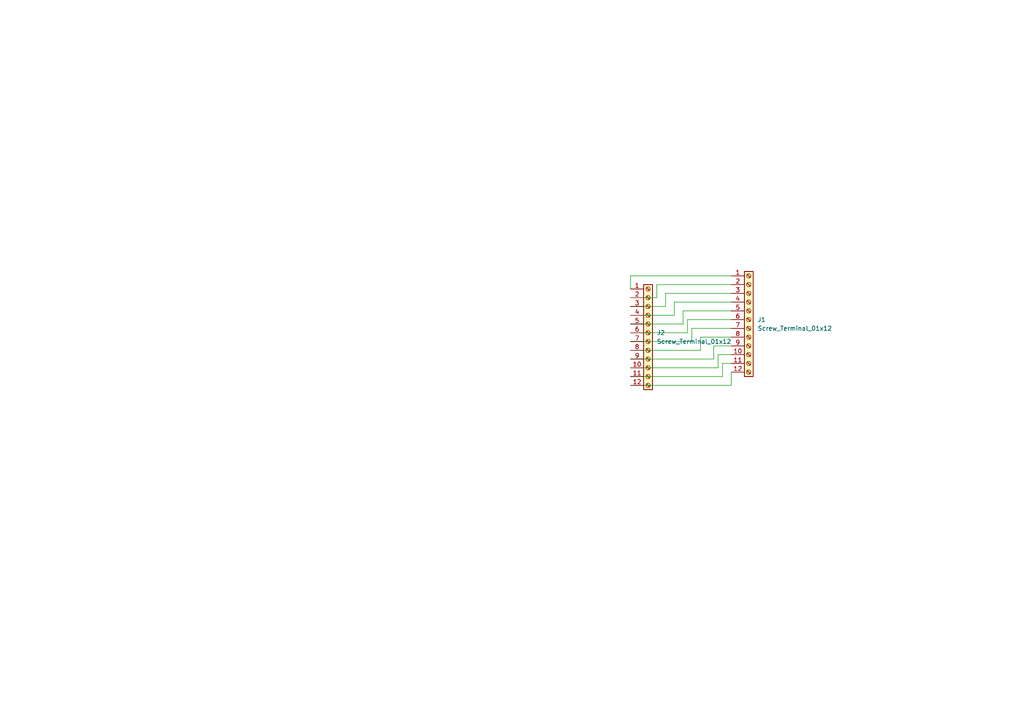
<source format=kicad_sch>
(kicad_sch (version 20230121) (generator eeschema)

  (uuid b9d750af-1d4c-4cfc-aabe-9143a1c6345d)

  (paper "A4")

  (lib_symbols
    (symbol "Connector:Screw_Terminal_01x12" (pin_names (offset 1.016) hide) (in_bom yes) (on_board yes)
      (property "Reference" "J" (at 0 15.24 0)
        (effects (font (size 1.27 1.27)))
      )
      (property "Value" "Screw_Terminal_01x12" (at 0 -17.78 0)
        (effects (font (size 1.27 1.27)))
      )
      (property "Footprint" "" (at 0 0 0)
        (effects (font (size 1.27 1.27)) hide)
      )
      (property "Datasheet" "~" (at 0 0 0)
        (effects (font (size 1.27 1.27)) hide)
      )
      (property "ki_keywords" "screw terminal" (at 0 0 0)
        (effects (font (size 1.27 1.27)) hide)
      )
      (property "ki_description" "Generic screw terminal, single row, 01x12, script generated (kicad-library-utils/schlib/autogen/connector/)" (at 0 0 0)
        (effects (font (size 1.27 1.27)) hide)
      )
      (property "ki_fp_filters" "TerminalBlock*:*" (at 0 0 0)
        (effects (font (size 1.27 1.27)) hide)
      )
      (symbol "Screw_Terminal_01x12_1_1"
        (rectangle (start -1.27 13.97) (end 1.27 -16.51)
          (stroke (width 0.254) (type default))
          (fill (type background))
        )
        (circle (center 0 -15.24) (radius 0.635)
          (stroke (width 0.1524) (type default))
          (fill (type none))
        )
        (circle (center 0 -12.7) (radius 0.635)
          (stroke (width 0.1524) (type default))
          (fill (type none))
        )
        (circle (center 0 -10.16) (radius 0.635)
          (stroke (width 0.1524) (type default))
          (fill (type none))
        )
        (circle (center 0 -7.62) (radius 0.635)
          (stroke (width 0.1524) (type default))
          (fill (type none))
        )
        (circle (center 0 -5.08) (radius 0.635)
          (stroke (width 0.1524) (type default))
          (fill (type none))
        )
        (circle (center 0 -2.54) (radius 0.635)
          (stroke (width 0.1524) (type default))
          (fill (type none))
        )
        (polyline
          (pts
            (xy -0.5334 -14.9098)
            (xy 0.3302 -15.748)
          )
          (stroke (width 0.1524) (type default))
          (fill (type none))
        )
        (polyline
          (pts
            (xy -0.5334 -12.3698)
            (xy 0.3302 -13.208)
          )
          (stroke (width 0.1524) (type default))
          (fill (type none))
        )
        (polyline
          (pts
            (xy -0.5334 -9.8298)
            (xy 0.3302 -10.668)
          )
          (stroke (width 0.1524) (type default))
          (fill (type none))
        )
        (polyline
          (pts
            (xy -0.5334 -7.2898)
            (xy 0.3302 -8.128)
          )
          (stroke (width 0.1524) (type default))
          (fill (type none))
        )
        (polyline
          (pts
            (xy -0.5334 -4.7498)
            (xy 0.3302 -5.588)
          )
          (stroke (width 0.1524) (type default))
          (fill (type none))
        )
        (polyline
          (pts
            (xy -0.5334 -2.2098)
            (xy 0.3302 -3.048)
          )
          (stroke (width 0.1524) (type default))
          (fill (type none))
        )
        (polyline
          (pts
            (xy -0.5334 0.3302)
            (xy 0.3302 -0.508)
          )
          (stroke (width 0.1524) (type default))
          (fill (type none))
        )
        (polyline
          (pts
            (xy -0.5334 2.8702)
            (xy 0.3302 2.032)
          )
          (stroke (width 0.1524) (type default))
          (fill (type none))
        )
        (polyline
          (pts
            (xy -0.5334 5.4102)
            (xy 0.3302 4.572)
          )
          (stroke (width 0.1524) (type default))
          (fill (type none))
        )
        (polyline
          (pts
            (xy -0.5334 7.9502)
            (xy 0.3302 7.112)
          )
          (stroke (width 0.1524) (type default))
          (fill (type none))
        )
        (polyline
          (pts
            (xy -0.5334 10.4902)
            (xy 0.3302 9.652)
          )
          (stroke (width 0.1524) (type default))
          (fill (type none))
        )
        (polyline
          (pts
            (xy -0.5334 13.0302)
            (xy 0.3302 12.192)
          )
          (stroke (width 0.1524) (type default))
          (fill (type none))
        )
        (polyline
          (pts
            (xy -0.3556 -14.732)
            (xy 0.508 -15.5702)
          )
          (stroke (width 0.1524) (type default))
          (fill (type none))
        )
        (polyline
          (pts
            (xy -0.3556 -12.192)
            (xy 0.508 -13.0302)
          )
          (stroke (width 0.1524) (type default))
          (fill (type none))
        )
        (polyline
          (pts
            (xy -0.3556 -9.652)
            (xy 0.508 -10.4902)
          )
          (stroke (width 0.1524) (type default))
          (fill (type none))
        )
        (polyline
          (pts
            (xy -0.3556 -7.112)
            (xy 0.508 -7.9502)
          )
          (stroke (width 0.1524) (type default))
          (fill (type none))
        )
        (polyline
          (pts
            (xy -0.3556 -4.572)
            (xy 0.508 -5.4102)
          )
          (stroke (width 0.1524) (type default))
          (fill (type none))
        )
        (polyline
          (pts
            (xy -0.3556 -2.032)
            (xy 0.508 -2.8702)
          )
          (stroke (width 0.1524) (type default))
          (fill (type none))
        )
        (polyline
          (pts
            (xy -0.3556 0.508)
            (xy 0.508 -0.3302)
          )
          (stroke (width 0.1524) (type default))
          (fill (type none))
        )
        (polyline
          (pts
            (xy -0.3556 3.048)
            (xy 0.508 2.2098)
          )
          (stroke (width 0.1524) (type default))
          (fill (type none))
        )
        (polyline
          (pts
            (xy -0.3556 5.588)
            (xy 0.508 4.7498)
          )
          (stroke (width 0.1524) (type default))
          (fill (type none))
        )
        (polyline
          (pts
            (xy -0.3556 8.128)
            (xy 0.508 7.2898)
          )
          (stroke (width 0.1524) (type default))
          (fill (type none))
        )
        (polyline
          (pts
            (xy -0.3556 10.668)
            (xy 0.508 9.8298)
          )
          (stroke (width 0.1524) (type default))
          (fill (type none))
        )
        (polyline
          (pts
            (xy -0.3556 13.208)
            (xy 0.508 12.3698)
          )
          (stroke (width 0.1524) (type default))
          (fill (type none))
        )
        (circle (center 0 0) (radius 0.635)
          (stroke (width 0.1524) (type default))
          (fill (type none))
        )
        (circle (center 0 2.54) (radius 0.635)
          (stroke (width 0.1524) (type default))
          (fill (type none))
        )
        (circle (center 0 5.08) (radius 0.635)
          (stroke (width 0.1524) (type default))
          (fill (type none))
        )
        (circle (center 0 7.62) (radius 0.635)
          (stroke (width 0.1524) (type default))
          (fill (type none))
        )
        (circle (center 0 10.16) (radius 0.635)
          (stroke (width 0.1524) (type default))
          (fill (type none))
        )
        (circle (center 0 12.7) (radius 0.635)
          (stroke (width 0.1524) (type default))
          (fill (type none))
        )
        (pin passive line (at -5.08 12.7 0) (length 3.81)
          (name "Pin_1" (effects (font (size 1.27 1.27))))
          (number "1" (effects (font (size 1.27 1.27))))
        )
        (pin passive line (at -5.08 -10.16 0) (length 3.81)
          (name "Pin_10" (effects (font (size 1.27 1.27))))
          (number "10" (effects (font (size 1.27 1.27))))
        )
        (pin passive line (at -5.08 -12.7 0) (length 3.81)
          (name "Pin_11" (effects (font (size 1.27 1.27))))
          (number "11" (effects (font (size 1.27 1.27))))
        )
        (pin passive line (at -5.08 -15.24 0) (length 3.81)
          (name "Pin_12" (effects (font (size 1.27 1.27))))
          (number "12" (effects (font (size 1.27 1.27))))
        )
        (pin passive line (at -5.08 10.16 0) (length 3.81)
          (name "Pin_2" (effects (font (size 1.27 1.27))))
          (number "2" (effects (font (size 1.27 1.27))))
        )
        (pin passive line (at -5.08 7.62 0) (length 3.81)
          (name "Pin_3" (effects (font (size 1.27 1.27))))
          (number "3" (effects (font (size 1.27 1.27))))
        )
        (pin passive line (at -5.08 5.08 0) (length 3.81)
          (name "Pin_4" (effects (font (size 1.27 1.27))))
          (number "4" (effects (font (size 1.27 1.27))))
        )
        (pin passive line (at -5.08 2.54 0) (length 3.81)
          (name "Pin_5" (effects (font (size 1.27 1.27))))
          (number "5" (effects (font (size 1.27 1.27))))
        )
        (pin passive line (at -5.08 0 0) (length 3.81)
          (name "Pin_6" (effects (font (size 1.27 1.27))))
          (number "6" (effects (font (size 1.27 1.27))))
        )
        (pin passive line (at -5.08 -2.54 0) (length 3.81)
          (name "Pin_7" (effects (font (size 1.27 1.27))))
          (number "7" (effects (font (size 1.27 1.27))))
        )
        (pin passive line (at -5.08 -5.08 0) (length 3.81)
          (name "Pin_8" (effects (font (size 1.27 1.27))))
          (number "8" (effects (font (size 1.27 1.27))))
        )
        (pin passive line (at -5.08 -7.62 0) (length 3.81)
          (name "Pin_9" (effects (font (size 1.27 1.27))))
          (number "9" (effects (font (size 1.27 1.27))))
        )
      )
    )
  )


  (wire (pts (xy 190.5 86.36) (xy 182.88 86.36))
    (stroke (width 0) (type default))
    (uuid 0b64dfca-85fb-42a7-85d9-64c77434aadb)
  )
  (wire (pts (xy 182.88 99.06) (xy 200.66 99.06))
    (stroke (width 0) (type default))
    (uuid 12d95482-12d8-49a3-b827-eb6415bc7874)
  )
  (wire (pts (xy 212.09 95.25) (xy 200.66 95.25))
    (stroke (width 0) (type default))
    (uuid 2173647d-9fca-40ce-8020-f44323a7885f)
  )
  (wire (pts (xy 212.09 100.33) (xy 207.01 100.33))
    (stroke (width 0) (type default))
    (uuid 28cad286-d6f5-42ee-a2a9-b3dd34b4571c)
  )
  (wire (pts (xy 209.55 109.22) (xy 182.88 109.22))
    (stroke (width 0) (type default))
    (uuid 2e15d297-24c1-4be0-a39d-bce5cb5da470)
  )
  (wire (pts (xy 203.2 97.79) (xy 203.2 101.6))
    (stroke (width 0) (type default))
    (uuid 36fe4e04-647f-49cd-a386-0d1c1ed179bb)
  )
  (wire (pts (xy 212.09 102.87) (xy 208.28 102.87))
    (stroke (width 0) (type default))
    (uuid 3cba5f7b-12d1-4307-9edc-89bf0852f91a)
  )
  (wire (pts (xy 199.39 96.52) (xy 182.88 96.52))
    (stroke (width 0) (type default))
    (uuid 446daf51-f546-4aec-9836-2303f8a73b69)
  )
  (wire (pts (xy 190.5 82.55) (xy 190.5 86.36))
    (stroke (width 0) (type default))
    (uuid 4b21939e-325c-4b38-88f5-32ac6bc42297)
  )
  (wire (pts (xy 212.09 87.63) (xy 195.58 87.63))
    (stroke (width 0) (type default))
    (uuid 4efb7855-c109-488f-8a86-1dc0307062a3)
  )
  (wire (pts (xy 207.01 100.33) (xy 207.01 104.14))
    (stroke (width 0) (type default))
    (uuid 51102b2e-8977-4766-891a-fa38a247c7e3)
  )
  (wire (pts (xy 212.09 111.76) (xy 212.09 107.95))
    (stroke (width 0) (type default))
    (uuid 58045a9b-3db0-4d38-bae8-dddd83719d84)
  )
  (wire (pts (xy 195.58 87.63) (xy 195.58 91.44))
    (stroke (width 0) (type default))
    (uuid 640cbf0a-b6ce-4901-a110-077ad444b0b9)
  )
  (wire (pts (xy 212.09 90.17) (xy 198.12 90.17))
    (stroke (width 0) (type default))
    (uuid 69f1e6b0-7aa7-4836-a73d-48e2c9069884)
  )
  (wire (pts (xy 199.39 92.71) (xy 199.39 96.52))
    (stroke (width 0) (type default))
    (uuid 6ec93b67-f311-4407-8a0f-1425b3c6ec2c)
  )
  (wire (pts (xy 212.09 85.09) (xy 193.04 85.09))
    (stroke (width 0) (type default))
    (uuid 70b742cd-b21a-4033-ab08-ab35ad674faa)
  )
  (wire (pts (xy 207.01 104.14) (xy 182.88 104.14))
    (stroke (width 0) (type default))
    (uuid 7434603b-07d5-4c80-b707-dfe64534d99c)
  )
  (wire (pts (xy 198.12 90.17) (xy 198.12 93.98))
    (stroke (width 0) (type default))
    (uuid 7e3339bd-6d5e-438a-8f2d-466753c37a54)
  )
  (wire (pts (xy 182.88 80.01) (xy 212.09 80.01))
    (stroke (width 0) (type default))
    (uuid 80199db7-243f-4918-af7b-0b84e7ce72c1)
  )
  (wire (pts (xy 208.28 106.68) (xy 182.88 106.68))
    (stroke (width 0) (type default))
    (uuid 8020815f-727d-44bf-b810-00490c173294)
  )
  (wire (pts (xy 200.66 95.25) (xy 200.66 99.06))
    (stroke (width 0) (type default))
    (uuid 88a78f4f-999f-410b-944f-8f84c268c02f)
  )
  (wire (pts (xy 182.88 111.76) (xy 212.09 111.76))
    (stroke (width 0) (type default))
    (uuid 8d1dc809-7c77-4f46-ab69-ed754cc80ab5)
  )
  (wire (pts (xy 182.88 101.6) (xy 203.2 101.6))
    (stroke (width 0) (type default))
    (uuid 8e1133ea-79f1-4364-b60d-24724290c2f2)
  )
  (wire (pts (xy 212.09 97.79) (xy 203.2 97.79))
    (stroke (width 0) (type default))
    (uuid 99acd633-a030-473a-832b-485b004ea939)
  )
  (wire (pts (xy 182.88 83.82) (xy 182.88 80.01))
    (stroke (width 0) (type default))
    (uuid a8a127cb-6771-435e-be68-92d792cfccfe)
  )
  (wire (pts (xy 195.58 91.44) (xy 182.88 91.44))
    (stroke (width 0) (type default))
    (uuid ae1001b5-f6ce-45cb-954e-3459413608fd)
  )
  (wire (pts (xy 208.28 102.87) (xy 208.28 106.68))
    (stroke (width 0) (type default))
    (uuid b7579d0d-b538-43d7-a93b-fdd608121aa6)
  )
  (wire (pts (xy 193.04 88.9) (xy 182.88 88.9))
    (stroke (width 0) (type default))
    (uuid cf36581f-c6b1-4fb7-9443-eb527c2d4e80)
  )
  (wire (pts (xy 212.09 105.41) (xy 209.55 105.41))
    (stroke (width 0) (type default))
    (uuid d1deaf45-c1dc-4bf2-b1a3-411e14d59323)
  )
  (wire (pts (xy 209.55 105.41) (xy 209.55 109.22))
    (stroke (width 0) (type default))
    (uuid dda7a3d0-6934-45f3-9c11-7e4e5f70c519)
  )
  (wire (pts (xy 198.12 93.98) (xy 182.88 93.98))
    (stroke (width 0) (type default))
    (uuid e839df2e-e611-4349-a56f-f60a146522ba)
  )
  (wire (pts (xy 212.09 82.55) (xy 190.5 82.55))
    (stroke (width 0) (type default))
    (uuid e90047f6-15ea-4995-8a12-15ce23c9dec1)
  )
  (wire (pts (xy 199.39 92.71) (xy 212.09 92.71))
    (stroke (width 0) (type default))
    (uuid f6a248a7-9d72-4663-a894-9cb44167fb83)
  )
  (wire (pts (xy 193.04 85.09) (xy 193.04 88.9))
    (stroke (width 0) (type default))
    (uuid ffb021b8-1d5c-4f5e-80f7-54668283e8c4)
  )

  (symbol (lib_id "Connector:Screw_Terminal_01x12") (at 187.96 96.52 0) (unit 1)
    (in_bom yes) (on_board yes) (dnp no) (fields_autoplaced)
    (uuid a68a6291-3e46-44a8-9012-b04d4969e927)
    (property "Reference" "J2" (at 190.5 96.52 0)
      (effects (font (size 1.27 1.27)) (justify left))
    )
    (property "Value" "Screw_Terminal_01x12" (at 190.5 99.06 0)
      (effects (font (size 1.27 1.27)) (justify left))
    )
    (property "Footprint" "Connector_PinHeader_1.27mm:PinHeader_1x12_P1.27mm_Vertical" (at 187.96 96.52 0)
      (effects (font (size 1.27 1.27)) hide)
    )
    (property "Datasheet" "~" (at 187.96 96.52 0)
      (effects (font (size 1.27 1.27)) hide)
    )
    (pin "1" (uuid b77d823f-12ef-41cc-8da5-3fffad74bc32))
    (pin "10" (uuid 3fd5624c-8495-447f-91e8-6d605265cbf9))
    (pin "11" (uuid 4ce1a6a6-1443-43f9-957c-4a58c7a927ff))
    (pin "12" (uuid 00cf3721-ed3a-4e63-b8b3-ed42340a3a3c))
    (pin "2" (uuid 7df8b1cd-1139-4991-b39d-5f0042b19172))
    (pin "3" (uuid 74d91dba-7e30-4aba-b69c-ee922fab3168))
    (pin "4" (uuid 0a06edb8-f7b2-4218-9f25-1a3389df64c9))
    (pin "5" (uuid 33c7cb3a-4222-4977-ab81-5c6e961bbe2f))
    (pin "6" (uuid c4980630-676b-47cd-9c06-250e733efda0))
    (pin "7" (uuid 43c51591-7e5f-4f2a-aae6-96da092961ff))
    (pin "8" (uuid 822a112c-bfbc-44ab-8431-2d4bf8ac67f8))
    (pin "9" (uuid 140c4988-8d3c-4de0-8481-427051d79dfb))
    (instances
      (project "LORAbornernapcb"
        (path "/b9d750af-1d4c-4cfc-aabe-9143a1c6345d"
          (reference "J2") (unit 1)
        )
      )
    )
  )

  (symbol (lib_id "Connector:Screw_Terminal_01x12") (at 217.17 92.71 0) (unit 1)
    (in_bom yes) (on_board yes) (dnp no) (fields_autoplaced)
    (uuid cd7979b5-b51b-493f-b749-afb5fe8f23bd)
    (property "Reference" "J1" (at 219.71 92.71 0)
      (effects (font (size 1.27 1.27)) (justify left))
    )
    (property "Value" "Screw_Terminal_01x12" (at 219.71 95.25 0)
      (effects (font (size 1.27 1.27)) (justify left))
    )
    (property "Footprint" "" (at 217.17 92.71 0)
      (effects (font (size 1.27 1.27)) hide)
    )
    (property "Datasheet" "~" (at 217.17 92.71 0)
      (effects (font (size 1.27 1.27)) hide)
    )
    (pin "1" (uuid d9344781-1aab-4b4d-8619-a5bec51ad5ef))
    (pin "10" (uuid 6c2d7f59-3cf2-44c2-ab69-354b6b974553))
    (pin "11" (uuid 57886d13-534b-4fcb-a6b8-e8ee73d92f56))
    (pin "12" (uuid 78527afb-c5c6-4b80-b071-ebd90079b4ac))
    (pin "2" (uuid 7dff6407-2547-4328-8cb4-59b0bc7e7455))
    (pin "3" (uuid dd556605-51c8-4d56-9180-2208ef697fe0))
    (pin "4" (uuid 214df8cf-b62d-455a-8819-ebe416e9c56c))
    (pin "5" (uuid abb22f93-c820-45af-aa2d-0222644dc720))
    (pin "6" (uuid 66f72198-ddba-4b16-95eb-f66ac8e8b48b))
    (pin "7" (uuid 4e8c6af3-f13d-4c20-b64e-8ba0dfa73d9a))
    (pin "8" (uuid 84ad5122-3574-4c66-b532-4ea7223a74ce))
    (pin "9" (uuid 73060d0e-6b51-4930-bc9a-c17aa2663cf1))
    (instances
      (project "LORAbornernapcb"
        (path "/b9d750af-1d4c-4cfc-aabe-9143a1c6345d"
          (reference "J1") (unit 1)
        )
      )
    )
  )

  (sheet_instances
    (path "/" (page "1"))
  )
)

</source>
